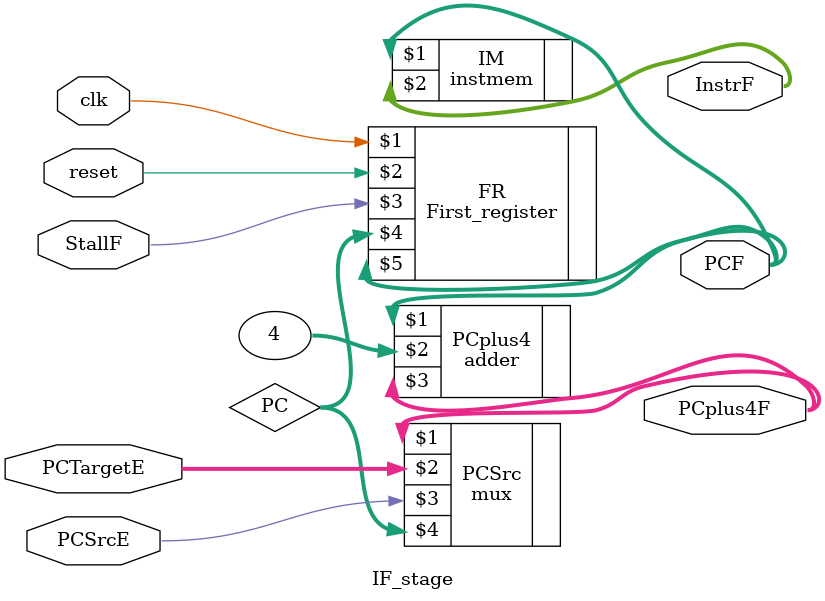
<source format=v>
module IF_stage(
    input clk, reset, PCSrcE, StallF,
    input [31:0] PCTargetE,
    output [31:0] PCF, InstrF, PCplus4F
);

    wire [31:0] PC;

    mux PCSrc (PCplus4F, PCTargetE, PCSrcE, PC);
    First_register FR (clk, reset, StallF, PC, PCF);
    instmem IM (PCF, InstrF);
    adder PCplus4 (PCF, 32'b100, PCplus4F);

endmodule

</source>
